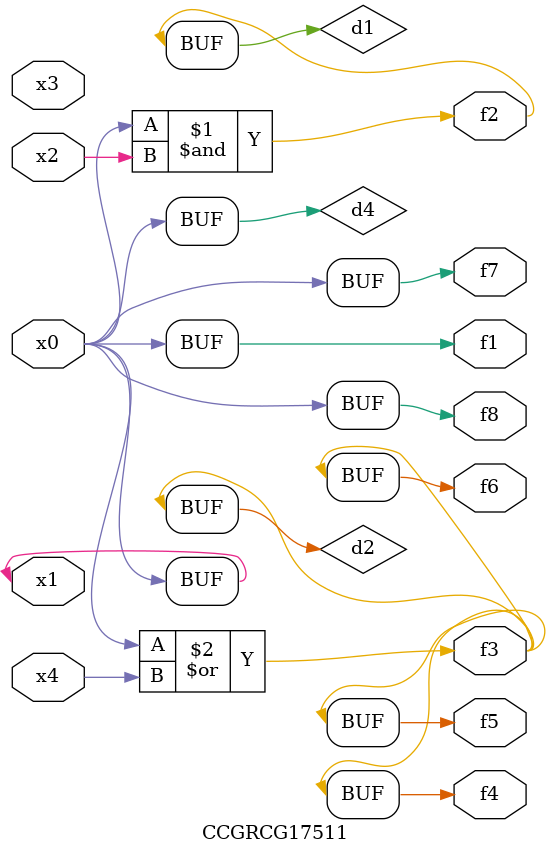
<source format=v>
module CCGRCG17511(
	input x0, x1, x2, x3, x4,
	output f1, f2, f3, f4, f5, f6, f7, f8
);

	wire d1, d2, d3, d4;

	and (d1, x0, x2);
	or (d2, x0, x4);
	nand (d3, x0, x2);
	buf (d4, x0, x1);
	assign f1 = d4;
	assign f2 = d1;
	assign f3 = d2;
	assign f4 = d2;
	assign f5 = d2;
	assign f6 = d2;
	assign f7 = d4;
	assign f8 = d4;
endmodule

</source>
